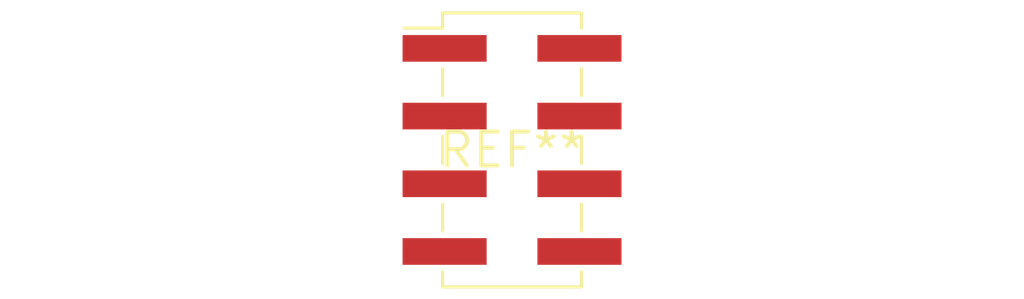
<source format=kicad_pcb>
(kicad_pcb (version 20240108) (generator pcbnew)
  (layers (0 "F.Cu" signal) (31 "B.Cu" signal) (34 "B.Paste" user) (35 "F.Paste" user) (36 "B.SilkS" user "B.Silkscreen") (37 "F.SilkS" user "F.Silkscreen") (38 "B.Mask" user) (39 "F.Mask" user) (44 "Edge.Cuts" user))
  (net 0 "")
  (footprint "PinHeader_2x04_P2.54mm_Vertical_SMD" (layer "F.Cu") (at 0 0)
    (property "Reference" "REF**")
    (property "Value" "PinHeader_2x04_P2.54mm_Vertical_SMD")
    (fp_line (start -4.04 -4.57) (end -2.6 -4.57) (layer "F.SilkS") (stroke (width 0.12)))
    (fp_line (start -2.6 -5.14) (end -2.6 -4.57) (layer "F.SilkS") (stroke (width 0.12)))
    (fp_line (start -2.6 -5.14) (end 2.6 -5.14) (layer "F.SilkS") (stroke (width 0.12)))
    (fp_line (start -2.6 -3.05) (end -2.6 -2.03) (layer "F.SilkS") (stroke (width 0.12)))
    (fp_line (start -2.6 -0.51) (end -2.6 0.51) (layer "F.SilkS") (stroke (width 0.12)))
    (fp_line (start -2.6 2.03) (end -2.6 3.05) (layer "F.SilkS") (stroke (width 0.12)))
    (fp_line (start -2.6 4.57) (end -2.6 5.14) (layer "F.SilkS") (stroke (width 0.12)))
    (fp_line (start -2.6 5.14) (end 2.6 5.14) (layer "F.SilkS") (stroke (width 0.12)))
    (fp_line (start 2.6 -5.14) (end 2.6 -4.57) (layer "F.SilkS") (stroke (width 0.12)))
    (fp_line (start 2.6 -3.05) (end 2.6 -2.03) (layer "F.SilkS") (stroke (width 0.12)))
    (fp_line (start 2.6 -0.51) (end 2.6 0.51) (layer "F.SilkS") (stroke (width 0.12)))
    (fp_line (start 2.6 2.03) (end 2.6 3.05) (layer "F.SilkS") (stroke (width 0.12)))
    (fp_line (start 2.6 4.57) (end 2.6 5.14) (layer "F.SilkS") (stroke (width 0.12)))
    (pad "1" smd rect (at -2.525 -3.81) (size 3.15 1) (layers "F.Cu" "F.Paste" "F.Mask"))
    (pad "2" smd rect (at 2.525 -3.81) (size 3.15 1) (layers "F.Cu" "F.Paste" "F.Mask"))
    (pad "3" smd rect (at -2.525 -1.27) (size 3.15 1) (layers "F.Cu" "F.Paste" "F.Mask"))
    (pad "4" smd rect (at 2.525 -1.27) (size 3.15 1) (layers "F.Cu" "F.Paste" "F.Mask"))
    (pad "5" smd rect (at -2.525 1.27) (size 3.15 1) (layers "F.Cu" "F.Paste" "F.Mask"))
    (pad "6" smd rect (at 2.525 1.27) (size 3.15 1) (layers "F.Cu" "F.Paste" "F.Mask"))
    (pad "7" smd rect (at -2.525 3.81) (size 3.15 1) (layers "F.Cu" "F.Paste" "F.Mask"))
    (pad "8" smd rect (at 2.525 3.81) (size 3.15 1) (layers "F.Cu" "F.Paste" "F.Mask"))
  )
)
</source>
